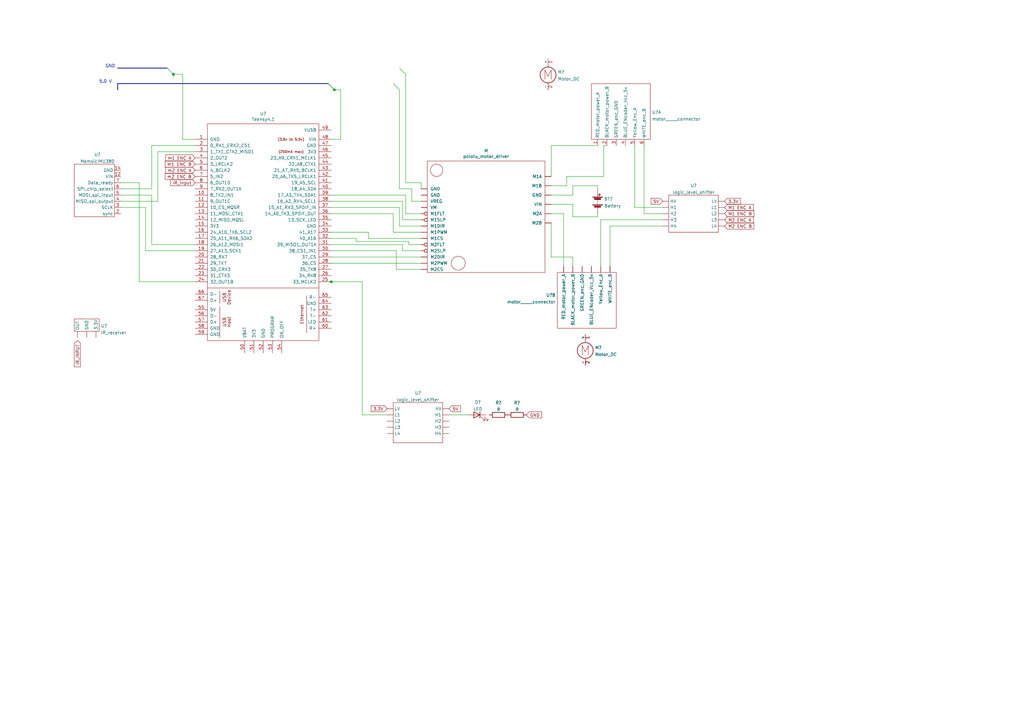
<source format=kicad_sch>
(kicad_sch (version 20210621) (generator eeschema)
  (paper "A3")
  (lib_symbols
    (symbol "Device:Battery" (pin_numbers hide) (pin_names (offset 0) hide)
      (property "Reference" "BT" (at 2.54 2.54 0))
      (property "Value" "Battery" (at 2.54 0 0))
      (symbol "Battery_0_1"
        (rectangle (start -2.032 -1.397) (end 2.032 -1.651) (fill (type outline)))
        (rectangle (start -2.032 1.778) (end 2.032 1.524) (fill (type outline)))
        (rectangle (start -1.3208 -1.9812) (end 1.27 -2.4892) (fill (type outline)))
        (rectangle (start -1.3208 1.1938) (end 1.27 0.6858) (fill (type outline)))
        (polyline (pts (xy 0 -1.524) (xy 0 -1.27)))
        (polyline (pts (xy 0 -1.016) (xy 0 -0.762)))
        (polyline (pts (xy 0 -0.508) (xy 0 -0.254)))
        (polyline (pts (xy 0 0) (xy 0 0.254)))
        (polyline (pts (xy 0 0.508) (xy 0 0.762)))
        (polyline (pts (xy 0 1.778) (xy 0 2.54)))
        (polyline (pts (xy 0.254 2.667) (xy 1.27 2.667)) (stroke (width 0.254)))
        (polyline (pts (xy 0.762 3.175) (xy 0.762 2.159)) (stroke (width 0.254)))
      )
      (symbol "Battery_1_1"
        (pin passive line (at 0 5.08 270) (length 2.54) (name "+") (number "1"))
        (pin passive line (at 0 -5.08 90) (length 2.54) (name "-") (number "2"))
      )
    )
    (symbol "Device:LED" (pin_numbers hide) (pin_names (offset 1.016) hide)
      (property "Reference" "D" (at 0 2.54 0))
      (property "Value" "LED" (at 0 -2.54 0))
      (symbol "LED_0_1"
        (polyline (pts (xy -1.27 -1.27) (xy -1.27 1.27)) (stroke (width 0.254)))
        (polyline (pts (xy -1.27 0) (xy 1.27 0)))
        (polyline (pts (xy 1.27 -1.27) (xy 1.27 1.27) (xy -1.27 0) (xy 1.27 -1.27)) (stroke (width 0.254)))
        (polyline (pts (xy -3.048 -0.762) (xy -4.572 -2.286) (xy -3.81 -2.286) (xy -4.572 -2.286) (xy -4.572 -1.524)))
        (polyline (pts (xy -1.778 -0.762) (xy -3.302 -2.286) (xy -2.54 -2.286) (xy -3.302 -2.286) (xy -3.302 -1.524)))
      )
      (symbol "LED_1_1"
        (pin passive line (at -3.81 0 0) (length 2.54) (name "K") (number "1"))
        (pin passive line (at 3.81 0 180) (length 2.54) (name "A") (number "2"))
      )
    )
    (symbol "Device:R" (pin_numbers hide) (pin_names (offset 0))
      (property "Reference" "R" (at 2.032 0 90))
      (property "Value" "R" (at 0 0 90))
      (symbol "R_0_1"
        (rectangle (start -1.016 -2.54) (end 1.016 2.54) (stroke (width 0.254)))
      )
      (symbol "R_1_1"
        (pin passive line (at 0 3.81 270) (length 1.27) (name "~") (number "1"))
        (pin passive line (at 0 -3.81 90) (length 1.27) (name "~") (number "2"))
      )
    )
    (symbol "Motor:Motor_DC" (pin_names (offset 0))
      (property "Reference" "M" (at 2.54 2.54 0))
      (property "Value" "Motor_DC" (at 2.54 -5.08 0))
      (symbol "Motor_DC_0_0"
        (polyline (pts (xy -1.27 -3.302) (xy -1.27 0.508) (xy 0 -2.032) (xy 1.27 0.508) (xy 1.27 -3.302)))
      )
      (symbol "Motor_DC_0_1"
        (circle (center 0 -1.524) (radius 3.2512) (stroke (width 0.254)))
        (polyline (pts (xy 0 -7.62) (xy 0 -7.112)))
        (polyline (pts (xy 0 -4.7752) (xy 0 -5.1816)))
        (polyline (pts (xy 0 1.7272) (xy 0 2.0828)))
        (polyline (pts (xy 0 2.032) (xy 0 2.54)))
      )
      (symbol "Motor_DC_1_1"
        (pin passive line (at 0 5.08 270) (length 2.54) (name "+") (number "1"))
        (pin passive line (at 0 -7.62 90) (length 2.54) (name "-") (number "2"))
      )
    )
    (symbol "logic_level_shifter_1"
      (property "Reference" "U?" (at 0 0.1058 0))
      (property "Value" "logic_level_shifter" (at 0 -2.6693 0))
      (symbol "logic_level_shifter_1_0_1"
        (rectangle (start -10.16 -3.81) (end 10.16 -20.32) (stroke (width 0.1524)))
      )
      (symbol "logic_level_shifter_1_1_1"
        (pin bidirectional line (at 12.7 -8.89 180) (length 2.54) (name "H1") (number ""))
        (pin bidirectional line (at 12.7 -11.43 180) (length 2.54) (name "H2") (number ""))
        (pin bidirectional line (at 12.7 -13.97 180) (length 2.54) (name "H3") (number ""))
        (pin bidirectional line (at 12.7 -16.51 180) (length 2.54) (name "H4") (number ""))
        (pin input line (at 12.7 -6.35 180) (length 2.54) (name "HV") (number ""))
        (pin bidirectional line (at -12.7 -8.89 0) (length 2.54) (name "L1") (number ""))
        (pin bidirectional line (at -12.7 -11.43 0) (length 2.54) (name "L2") (number ""))
        (pin bidirectional line (at -12.7 -13.97 0) (length 2.54) (name "L3") (number ""))
        (pin bidirectional line (at -12.7 -16.51 0) (length 2.54) (name "L4") (number ""))
        (pin input line (at -12.7 -6.35 0) (length 2.54) (name "LV") (number ""))
      )
    )
    (symbol "motor_____connector_1" (pin_numbers hide)
      (property "Reference" "U" (at 0 0 0))
      (property "Value" "motor_____connector_1" (at 0 0 0))
      (symbol "motor_____connector_1_0_1"
        (rectangle (start -10.16 -2.54) (end 13.97 -25.4) (stroke (width 0.1524)))
      )
      (symbol "motor_____connector_1_1_1"
        (pin input line (at -7.62 -27.94 90) (length 2.54) (name "RED_motor_power_A") (number "1"))
        (pin input line (at -3.81 -27.94 90) (length 2.54) (name "BLACK_motor_power_B") (number "2"))
        (pin input line (at 0 -27.94 90) (length 2.54) (name "GREEN_enc_GND") (number "3"))
        (pin input line (at 3.81 -27.94 90) (length 2.54) (name "BLUE_ENcoder_Vcc_5v") (number "4"))
        (pin output line (at 7.62 -27.94 90) (length 2.54) (name "Yellow_Enc_A") (number "5"))
        (pin output line (at 11.43 -27.94 90) (length 2.54) (name "WHITE_enc_B") (number "6"))
      )
      (symbol "motor_____connector_1_2_1"
        (pin input line (at -3.81 -27.94 90) (length 2.54) (name "BLACK_motor_power_B") (number "-UB"))
        (pin output line (at 7.62 -27.94 90) (length 2.54) (name "Yellow_Enc_A") (number "-UB"))
        (pin input line (at -7.62 -27.94 90) (length 2.54) (name "RED_motor_power_A") (number "1-UB"))
        (pin input line (at 0 -27.94 90) (length 2.54) (name "GREEN_enc_GND") (number "3-UB"))
        (pin input line (at 3.81 -27.94 90) (length 2.54) (name "BLUE_ENcoder_Vcc_5v") (number "4-UB"))
        (pin output line (at 11.43 -27.94 90) (length 2.54) (name "WHITE_enc_B") (number "6-UB"))
      )
    )
    (symbol "teensy:Teensy4.1" (pin_names (offset 1.016))
      (property "Reference" "U" (at 0 64.77 0))
      (property "Value" "Teensy4.1" (at 0 62.23 0))
      (symbol "Teensy4.1_0_0"
        (text "(250mA max)" (at 11.43 49.53 0) (effects (font (size 1.016 1.016))))
        (text "(3.6v to 5.5v)" (at 11.43 54.61 0) (effects (font (size 1.016 1.016))))
        (text "Device" (at -13.97 -10.16 900) (effects (font (size 1.27 1.27))))
        (text "Ethernet" (at 15.875 -17.145 900) (effects (font (size 1.27 1.27))))
        (text "Host" (at -13.97 -20.32 900) (effects (font (size 1.27 1.27))))
        (text "USB" (at -15.875 -20.32 900) (effects (font (size 1.27 1.27))))
        (text "USB" (at -15.875 -10.16 900) (effects (font (size 1.27 1.27))))
        (polyline (pts (xy -22.86 -6.35) (xy 22.86 -6.35)))
        (polyline (pts (xy -17.78 -26.67) (xy -17.78 -13.97)))
        (polyline (pts (xy -17.78 -7.62) (xy -17.78 -12.7)))
        (polyline (pts (xy 17.78 -9.525) (xy 17.78 -24.765)))
        (pin bidirectional line (at -27.94 31.75 0) (length 5.08) (name "8_TX2_IN1") (number "10"))
        (pin bidirectional line (at -27.94 29.21 0) (length 5.08) (name "9_OUT1C") (number "11"))
        (pin bidirectional line (at -27.94 26.67 0) (length 5.08) (name "10_CS_MQSR") (number "12"))
        (pin bidirectional line (at -27.94 24.13 0) (length 5.08) (name "11_MOSI_CTX1") (number "13"))
        (pin bidirectional line (at -27.94 21.59 0) (length 5.08) (name "12_MISO_MQSL") (number "14"))
        (pin power_in line (at -27.94 19.05 0) (length 5.08) (name "3V3") (number "15"))
        (pin bidirectional line (at -27.94 16.51 0) (length 5.08) (name "24_A10_TX6_SCL2") (number "16"))
        (pin bidirectional line (at -27.94 13.97 0) (length 5.08) (name "25_A11_RX6_SDA2") (number "17"))
        (pin bidirectional line (at -27.94 11.43 0) (length 5.08) (name "26_A12_MOSI1") (number "18"))
        (pin bidirectional line (at -27.94 8.89 0) (length 5.08) (name "27_A13_SCK1") (number "19"))
        (pin bidirectional line (at -27.94 6.35 0) (length 5.08) (name "28_RX7") (number "20"))
        (pin bidirectional line (at -27.94 3.81 0) (length 5.08) (name "29_TX7") (number "21"))
        (pin bidirectional line (at -27.94 1.27 0) (length 5.08) (name "30_CRX3") (number "22"))
        (pin bidirectional line (at -27.94 -1.27 0) (length 5.08) (name "31_CTX3") (number "23"))
        (pin bidirectional line (at -27.94 -3.81 0) (length 5.08) (name "32_OUT1B") (number "24"))
        (pin bidirectional line (at 27.94 -3.81 180) (length 5.08) (name "33_MCLK2") (number "25"))
        (pin bidirectional line (at 27.94 -1.27 180) (length 5.08) (name "34_RX8") (number "26"))
        (pin bidirectional line (at 27.94 1.27 180) (length 5.08) (name "35_TX8") (number "27"))
        (pin bidirectional line (at 27.94 3.81 180) (length 5.08) (name "36_CS") (number "28"))
        (pin bidirectional line (at 27.94 6.35 180) (length 5.08) (name "37_CS") (number "29"))
        (pin bidirectional line (at 27.94 8.89 180) (length 5.08) (name "38_CS1_IN1") (number "30"))
        (pin bidirectional line (at 27.94 11.43 180) (length 5.08) (name "39_MISO1_OUT1A") (number "31"))
        (pin bidirectional line (at 27.94 13.97 180) (length 5.08) (name "40_A16") (number "32"))
        (pin bidirectional line (at 27.94 16.51 180) (length 5.08) (name "41_A17") (number "33"))
        (pin bidirectional line (at 27.94 21.59 180) (length 5.08) (name "13_SCK_LED") (number "35"))
        (pin bidirectional line (at 27.94 24.13 180) (length 5.08) (name "14_A0_TX3_SPDIF_OUT") (number "36"))
        (pin bidirectional line (at 27.94 26.67 180) (length 5.08) (name "15_A1_RX3_SPDIF_IN") (number "37"))
        (pin bidirectional line (at 27.94 29.21 180) (length 5.08) (name "16_A2_RX4_SCL1") (number "38"))
        (pin bidirectional line (at 27.94 31.75 180) (length 5.08) (name "17_A3_TX4_SDA1") (number "39"))
        (pin bidirectional line (at 27.94 34.29 180) (length 5.08) (name "18_A4_SDA") (number "40"))
        (pin bidirectional line (at 27.94 36.83 180) (length 5.08) (name "19_A5_SCL") (number "41"))
        (pin bidirectional line (at 27.94 39.37 180) (length 5.08) (name "20_A6_TX5_LRCLK1") (number "42"))
        (pin bidirectional line (at 27.94 41.91 180) (length 5.08) (name "21_A7_RX5_BCLK1") (number "43"))
        (pin bidirectional line (at 27.94 44.45 180) (length 5.08) (name "22_A8_CTX1") (number "44"))
        (pin bidirectional line (at 27.94 46.99 180) (length 5.08) (name "23_A9_CRX1_MCLK1") (number "45"))
        (pin output line (at 27.94 49.53 180) (length 5.08) (name "3V3") (number "46"))
        (pin output line (at 27.94 52.07 180) (length 5.08) (name "GND") (number "47"))
        (pin power_in line (at 27.94 54.61 180) (length 5.08) (name "VIN") (number "48"))
        (pin power_out line (at 27.94 58.42 180) (length 5.08) (name "VUSB") (number "49"))
        (pin bidirectional line (at -27.94 44.45 0) (length 5.08) (name "3_LRCLK2") (number "5"))
        (pin power_in line (at -7.62 -33.02 90) (length 5.08) (name "VBAT") (number "50"))
        (pin power_in line (at -3.81 -33.02 90) (length 5.08) (name "3V3") (number "51"))
        (pin input line (at 0 -33.02 90) (length 5.08) (name "GND") (number "52"))
        (pin input line (at 3.81 -33.02 90) (length 5.08) (name "PROGRAM") (number "53"))
        (pin input line (at 7.62 -33.02 90) (length 5.08) (name "ON_OFF") (number "54"))
        (pin power_out line (at -27.94 -15.24 0) (length 5.08) (name "5V") (number "55"))
        (pin bidirectional line (at -27.94 -17.78 0) (length 5.08) (name "D-") (number "56"))
        (pin bidirectional line (at -27.94 -20.32 0) (length 5.08) (name "D+") (number "57"))
        (pin power_in line (at -27.94 -22.86 0) (length 5.08) (name "GND") (number "58"))
        (pin power_in line (at -27.94 -25.4 0) (length 5.08) (name "GND") (number "59"))
        (pin bidirectional line (at -27.94 41.91 0) (length 5.08) (name "4_BCLK2") (number "6"))
        (pin bidirectional line (at 27.94 -22.86 180) (length 5.08) (name "R+") (number "60"))
        (pin bidirectional line (at 27.94 -20.32 180) (length 5.08) (name "LED") (number "61"))
        (pin bidirectional line (at 27.94 -17.78 180) (length 5.08) (name "T-") (number "62"))
        (pin bidirectional line (at 27.94 -15.24 180) (length 5.08) (name "T+") (number "63"))
        (pin power_in line (at 27.94 -12.7 180) (length 5.08) (name "GND") (number "64"))
        (pin bidirectional line (at 27.94 -10.16 180) (length 5.08) (name "R-") (number "65"))
        (pin bidirectional line (at -27.94 -8.89 0) (length 5.08) (name "D-") (number "66"))
        (pin bidirectional line (at -27.94 -11.43 0) (length 5.08) (name "D+") (number "67"))
        (pin bidirectional line (at -27.94 39.37 0) (length 5.08) (name "5_IN2") (number "7"))
        (pin bidirectional line (at -27.94 36.83 0) (length 5.08) (name "6_OUT1D") (number "8"))
        (pin bidirectional line (at -27.94 34.29 0) (length 5.08) (name "7_RX2_OUT1A") (number "9"))
      )
      (symbol "Teensy4.1_0_1"
        (rectangle (start -22.86 60.96) (end 22.86 -27.94))
        (rectangle (start -20.32 -1.27) (end -20.32 -1.27))
      )
      (symbol "Teensy4.1_1_1"
        (pin power_in line (at -27.94 54.61 0) (length 5.08) (name "GND") (number "1"))
        (pin bidirectional line (at -27.94 52.07 0) (length 5.08) (name "0_RX1_CRX2_CS1") (number "2"))
        (pin bidirectional line (at -27.94 49.53 0) (length 5.08) (name "1_TX1_CTX2_MISO1") (number "3"))
        (pin power_in line (at 27.94 19.05 180) (length 5.08) (name "GND") (number "34"))
        (pin bidirectional line (at -27.94 46.99 0) (length 5.08) (name "2_OUT2") (number "4"))
      )
    )
    (symbol "teetest:IR_receiver"
      (property "Reference" "U" (at 0 -1.27 0))
      (property "Value" "IR_receiver" (at 0 -1.27 0))
      (symbol "IR_receiver_0_1"
        (rectangle (start -5.08 -2.54) (end 5.08 -7.62) (stroke (width 0.1524)))
      )
      (symbol "IR_receiver_1_1"
        (pin input line (at 3.81 -10.16 90) (length 2.54) (name "3.3V") (number ""))
        (pin input line (at 0 -10.16 90) (length 2.54) (name "GND") (number ""))
        (pin input line (at -3.81 -10.16 90) (length 2.54) (name "OUT") (number ""))
      )
    )
    (symbol "teetest:MemsicIMU380"
      (property "Reference" "U" (at 0 1.27 0))
      (property "Value" "MemsicIMU380" (at 0 1.27 0))
      (symbol "MemsicIMU380_0_1"
        (rectangle (start -7.62 0) (end 13.97 -16.51) (stroke (width 0.1524)))
      )
      (symbol "MemsicIMU380_1_1"
        (pin input line (at 8.89 -19.05 90) (length 2.54) (name "VIN") (number "12"))
        (pin input line (at 11.43 -19.05 90) (length 2.54) (name "GND") (number "14"))
        (pin input line (at -6.35 -19.05 90) (length 2.54) (name "sync") (number "2"))
        (pin input line (at -3.81 -19.05 90) (length 2.54) (name "SCLK") (number "3"))
        (pin output line (at -1.27 -19.05 90) (length 2.54) (name "MISO_spi_output") (number "4"))
        (pin input line (at 1.27 -19.05 90) (length 2.54) (name "MOSI_spi_input") (number "5"))
        (pin input line (at 3.81 -19.05 90) (length 2.54) (name "SPI_chip_select") (number "6"))
        (pin output line (at 6.35 -19.05 90) (length 2.54) (name "Data_ready") (number "7"))
      )
    )
    (symbol "teetest:logic_level_shifter"
      (property "Reference" "U" (at 0 0 0))
      (property "Value" "logic_level_shifter" (at 0 0 0))
      (symbol "logic_level_shifter_0_1"
        (rectangle (start -10.16 -3.81) (end 10.16 -19.05) (stroke (width 0.1524)))
      )
      (symbol "logic_level_shifter_1_1"
        (pin bidirectional line (at 12.7 -8.89 180) (length 2.54) (name "H1") (number ""))
        (pin bidirectional line (at 12.7 -11.43 180) (length 2.54) (name "H2") (number ""))
        (pin bidirectional line (at 12.7 -13.97 180) (length 2.54) (name "H3") (number ""))
        (pin bidirectional line (at 12.7 -16.51 180) (length 2.54) (name "H4") (number ""))
        (pin input line (at 12.7 -6.35 180) (length 2.54) (name "HV") (number ""))
        (pin bidirectional line (at -12.7 -8.89 0) (length 2.54) (name "L1") (number ""))
        (pin bidirectional line (at -12.7 -11.43 0) (length 2.54) (name "L2") (number ""))
        (pin bidirectional line (at -12.7 -13.97 0) (length 2.54) (name "L3") (number ""))
        (pin bidirectional line (at -12.7 -16.51 0) (length 2.54) (name "L4") (number ""))
        (pin input line (at -12.7 -6.35 0) (length 2.54) (name "LV") (number ""))
      )
    )
    (symbol "teetest:motor_____connector"
      (property "Reference" "U" (at 0 0 0))
      (property "Value" "motor_____connector" (at 0 0 0))
      (symbol "motor_____connector_0_1"
        (rectangle (start -10.16 -2.54) (end 13.97 -25.4) (stroke (width 0.1524)))
      )
      (symbol "motor_____connector_1_1"
        (pin input line (at -7.62 -27.94 90) (length 2.54) (name "RED_motor_power_A") (number "1"))
        (pin input line (at -3.81 -27.94 90) (length 2.54) (name "BLACK_motor_power_B") (number "2"))
        (pin input line (at 0 -27.94 90) (length 2.54) (name "GREEN_enc_GND") (number "3"))
        (pin input line (at 3.81 -27.94 90) (length 2.54) (name "BLUE_ENcoder_Vcc_5v") (number "4"))
        (pin output line (at 7.62 -27.94 90) (length 2.54) (name "Yellow_Enc_A") (number "5"))
        (pin output line (at 11.43 -27.94 90) (length 2.54) (name "WHITE_enc_B") (number "6"))
      )
      (symbol "motor_____connector_2_1"
        (pin input line (at -3.81 -27.94 90) (length 2.54) (name "BLACK_motor_power_B") (number "-UB"))
        (pin output line (at 7.62 -27.94 90) (length 2.54) (name "Yellow_Enc_A") (number "-UB"))
        (pin input line (at -7.62 -27.94 90) (length 2.54) (name "RED_motor_power_A") (number "1-UB"))
        (pin input line (at 0 -27.94 90) (length 2.54) (name "GREEN_enc_GND") (number "3-UB"))
        (pin input line (at 3.81 -27.94 90) (length 2.54) (name "BLUE_ENcoder_Vcc_5v") (number "4-UB"))
        (pin output line (at 11.43 -27.94 90) (length 2.54) (name "WHITE_enc_B") (number "6-UB"))
      )
    )
    (symbol "teetest_kikad:pololu_motor_driver" (pin_numbers hide) (pin_names (offset 1.2192))
      (property "Reference" "M" (at -3.81 39.37 0))
      (property "Value" "pololu_motor_driver" (at -3.81 39.37 0))
      (symbol "pololu_motor_driver_0_1"
        (circle (center -15.24 34.29) (radius 2.54))
        (circle (center -6.35 -3.81) (radius 2.8448))
        (rectangle (start -19.05 38.1) (end 29.21 -7.62))
      )
      (symbol "pololu_motor_driver_1_1"
        (pin output line (at -21.59 24.13 0) (length 2.54) (name "GND") (number "~"))
        (pin output line (at -21.59 26.67 0) (length 2.54) (name "GND") (number "~"))
        (pin output line (at 31.75 24.13 180) (length 2.54) (name "GND") (number "~"))
        (pin output line (at 31.75 31.75 180) (length 2.54) (name "M1A") (number "~"))
        (pin output line (at 31.75 27.94 180) (length 2.54) (name "M1B") (number "~"))
        (pin output line (at -21.59 6.35 0) (length 2.54) (name "M1CS") (number "~"))
        (pin output line (at -21.59 11.43 0) (length 2.54) (name "M1DIR") (number "~"))
        (pin output inverted (at -21.59 16.51 0) (length 2.54) (name "M1FLT") (number "~"))
        (pin output line (at -21.59 8.89 0) (length 2.54) (name "M1PWM") (number "~"))
        (pin output inverted (at -21.59 13.97 0) (length 2.54) (name "M1SLP") (number "~"))
        (pin output line (at 31.75 16.51 180) (length 2.54) (name "M2A") (number "~"))
        (pin output line (at 31.75 12.7 180) (length 2.54) (name "M2B") (number "~"))
        (pin output line (at -21.59 -6.35 0) (length 2.54) (name "M2CS") (number "~"))
        (pin output line (at -21.59 -1.27 0) (length 2.54) (name "M2DIR") (number "~"))
        (pin output inverted (at -21.59 3.81 0) (length 2.54) (name "M2FLT") (number "~"))
        (pin output line (at -21.59 -3.81 0) (length 2.54) (name "M2PWM") (number "~"))
        (pin output inverted (at -21.59 1.27 0) (length 2.54) (name "M2SLP") (number "~"))
        (pin output line (at 31.75 20.32 180) (length 2.54) (name "VIN") (number "~"))
        (pin output line (at -21.59 19.05 0) (length 2.54) (name "VM") (number "~"))
        (pin output line (at -21.59 21.59 0) (length 2.54) (name "VREG") (number "~"))
      )
    )
  )
  (junction (at 71.12 30.48))
  (junction (at 135.89 115.57))
  (junction (at 137.16 36.83))
  (bus_entry (at 68.58 27.94) (size 2.54 2.54))
  (bus_entry (at 134.62 34.29) (size 2.54 2.54))
  (bus_entry (at 134.62 34.29) (size 2.54 2.54))
  (bus_entry (at 161.29 34.29) (size 2.54 2.54))
  (bus_entry (at 163.83 27.94) (size 2.54 2.54))
  (wire (pts (xy 49.53 74.93) (xy 57.15 74.93)))
  (wire (pts (xy 49.53 77.47) (xy 62.23 77.47)))
  (wire (pts (xy 49.53 80.01) (xy 62.23 80.01)))
  (wire (pts (xy 49.53 82.55) (xy 64.77 82.55)))
  (wire (pts (xy 49.53 85.09) (xy 59.69 85.09)))
  (wire (pts (xy 57.15 74.93) (xy 57.15 115.57)))
  (wire (pts (xy 57.15 115.57) (xy 80.01 115.57)))
  (wire (pts (xy 59.69 85.09) (xy 59.69 102.87)))
  (wire (pts (xy 59.69 102.87) (xy 80.01 102.87)))
  (wire (pts (xy 62.23 59.69) (xy 80.01 59.69)))
  (wire (pts (xy 62.23 77.47) (xy 62.23 59.69)))
  (wire (pts (xy 62.23 80.01) (xy 62.23 100.33)))
  (wire (pts (xy 62.23 100.33) (xy 80.01 100.33)))
  (wire (pts (xy 64.77 62.23) (xy 80.01 62.23)))
  (wire (pts (xy 64.77 82.55) (xy 64.77 62.23)))
  (wire (pts (xy 71.12 30.48) (xy 74.93 30.48)))
  (wire (pts (xy 71.12 31.75) (xy 71.12 30.48)))
  (wire (pts (xy 74.93 30.48) (xy 74.93 57.15)))
  (wire (pts (xy 74.93 57.15) (xy 80.01 57.15)))
  (wire (pts (xy 134.62 115.57) (xy 135.89 115.57)))
  (wire (pts (xy 135.89 57.15) (xy 139.7 57.15)))
  (wire (pts (xy 135.89 80.01) (xy 166.37 80.01)))
  (wire (pts (xy 135.89 82.55) (xy 165.1 82.55)))
  (wire (pts (xy 135.89 85.09) (xy 163.83 85.09)))
  (wire (pts (xy 135.89 87.63) (xy 161.29 87.63)))
  (wire (pts (xy 135.89 95.25) (xy 151.13 95.25)))
  (wire (pts (xy 135.89 97.79) (xy 146.05 97.79)))
  (wire (pts (xy 135.89 100.33) (xy 165.1 100.33)))
  (wire (pts (xy 135.89 102.87) (xy 162.56 102.87)))
  (wire (pts (xy 135.89 105.41) (xy 172.72 105.41)))
  (wire (pts (xy 135.89 107.95) (xy 172.72 107.95)))
  (wire (pts (xy 135.89 115.57) (xy 148.59 115.57)))
  (wire (pts (xy 139.7 36.83) (xy 137.16 36.83)))
  (wire (pts (xy 139.7 57.15) (xy 139.7 36.83)))
  (wire (pts (xy 146.05 99.06) (xy 146.05 97.79)))
  (wire (pts (xy 148.59 170.18) (xy 148.59 115.57)))
  (wire (pts (xy 151.13 97.79) (xy 151.13 95.25)))
  (wire (pts (xy 158.75 170.18) (xy 148.59 170.18)))
  (wire (pts (xy 161.29 95.25) (xy 161.29 87.63)))
  (wire (pts (xy 162.56 110.49) (xy 162.56 102.87)))
  (wire (pts (xy 163.83 36.83) (xy 163.83 77.47)))
  (wire (pts (xy 163.83 77.47) (xy 168.91 77.47)))
  (wire (pts (xy 163.83 92.71) (xy 163.83 85.09)))
  (wire (pts (xy 165.1 90.17) (xy 165.1 82.55)))
  (wire (pts (xy 165.1 102.87) (xy 165.1 100.33)))
  (wire (pts (xy 166.37 30.48) (xy 166.37 74.93)))
  (wire (pts (xy 166.37 74.93) (xy 172.72 74.93)))
  (wire (pts (xy 166.37 87.63) (xy 166.37 80.01)))
  (wire (pts (xy 167.64 99.06) (xy 146.05 99.06)))
  (wire (pts (xy 167.64 100.33) (xy 167.64 99.06)))
  (wire (pts (xy 168.91 77.47) (xy 168.91 82.55)))
  (wire (pts (xy 168.91 82.55) (xy 172.72 82.55)))
  (wire (pts (xy 172.72 74.93) (xy 172.72 77.47)))
  (wire (pts (xy 172.72 87.63) (xy 166.37 87.63)))
  (wire (pts (xy 172.72 90.17) (xy 165.1 90.17)))
  (wire (pts (xy 172.72 92.71) (xy 163.83 92.71)))
  (wire (pts (xy 172.72 95.25) (xy 161.29 95.25)))
  (wire (pts (xy 172.72 97.79) (xy 151.13 97.79)))
  (wire (pts (xy 172.72 100.33) (xy 167.64 100.33)))
  (wire (pts (xy 172.72 102.87) (xy 165.1 102.87)))
  (wire (pts (xy 172.72 110.49) (xy 162.56 110.49)))
  (wire (pts (xy 184.15 170.18) (xy 191.77 170.18)))
  (wire (pts (xy 226.06 59.69) (xy 245.11 59.69)))
  (wire (pts (xy 226.06 72.39) (xy 226.06 59.69)))
  (wire (pts (xy 226.06 76.2) (xy 232.41 76.2)))
  (wire (pts (xy 226.06 80.01) (xy 234.95 80.01)))
  (wire (pts (xy 226.06 83.82) (xy 234.95 83.82)))
  (wire (pts (xy 226.06 87.63) (xy 231.14 87.63)))
  (wire (pts (xy 226.06 91.44) (xy 226.06 105.41)))
  (wire (pts (xy 226.06 105.41) (xy 234.95 105.41)))
  (wire (pts (xy 231.14 87.63) (xy 231.14 109.22)))
  (wire (pts (xy 232.41 72.39) (xy 247.65 72.39)))
  (wire (pts (xy 232.41 76.2) (xy 232.41 72.39)))
  (wire (pts (xy 234.95 76.2) (xy 245.11 76.2)))
  (wire (pts (xy 234.95 80.01) (xy 234.95 76.2)))
  (wire (pts (xy 234.95 83.82) (xy 234.95 88.9)))
  (wire (pts (xy 234.95 88.9) (xy 245.11 88.9)))
  (wire (pts (xy 234.95 105.41) (xy 234.95 109.22)))
  (wire (pts (xy 245.11 76.2) (xy 245.11 77.47)))
  (wire (pts (xy 245.11 87.63) (xy 245.11 88.9)))
  (wire (pts (xy 246.38 90.17) (xy 271.78 90.17)))
  (wire (pts (xy 246.38 109.22) (xy 246.38 90.17)))
  (wire (pts (xy 247.65 59.69) (xy 247.65 72.39)))
  (wire (pts (xy 248.92 59.69) (xy 247.65 59.69)))
  (wire (pts (xy 250.19 92.71) (xy 271.78 92.71)))
  (wire (pts (xy 250.19 109.22) (xy 250.19 92.71)))
  (wire (pts (xy 260.35 59.69) (xy 260.35 85.09)))
  (wire (pts (xy 260.35 85.09) (xy 271.78 85.09)))
  (wire (pts (xy 264.16 59.69) (xy 264.16 87.63)))
  (wire (pts (xy 264.16 87.63) (xy 271.78 87.63)))
  (bus (pts (xy 48.26 27.94) (xy 187.96 27.94)))
  (bus (pts (xy 48.26 34.29) (xy 48.26 36.83)))
  (bus (pts (xy 48.26 34.29) (xy 184.15 34.29)))
  (text "5.0 V" (at 40.64 34.29 0) (effects (font (size 1.27 1.27)) (justify left bottom)))
  (text "GND" (at 43.18 27.94 0) (effects (font (size 1.27 1.27)) (justify left bottom)))
  (global_label "IR_INPUT" (shape input) (at 31.75 139.7 270) (property "Intersheet References" "${INTERSHEET_REFS}" (effects hide)))
  (global_label "m1 ENC A" (shape input) (at 80.01 64.77 180) (property "Intersheet References" "${INTERSHEET_REFS}" (effects hide)))
  (global_label "m1 ENC B" (shape input) (at 80.01 67.31 180) (property "Intersheet References" "${INTERSHEET_REFS}" (effects hide)))
  (global_label "m2 ENC A" (shape input) (at 80.01 69.85 180) (property "Intersheet References" "${INTERSHEET_REFS}" (effects hide)))
  (global_label "m2 ENC B" (shape input) (at 80.01 72.39 180) (property "Intersheet References" "${INTERSHEET_REFS}" (effects hide)))
  (global_label "IR_input" (shape input) (at 80.01 74.93 180) (property "Intersheet References" "${INTERSHEET_REFS}" (effects hide)))
  (global_label "3.3V" (shape input) (at 158.75 167.64 180) (property "Intersheet References" "${INTERSHEET_REFS}" (effects hide)))
  (global_label "5V" (shape input) (at 184.15 167.64 0) (property "Intersheet References" "${INTERSHEET_REFS}" (effects hide)))
  (global_label "GND" (shape input) (at 215.9 170.18 0) (property "Intersheet References" "${INTERSHEET_REFS}" (effects hide)))
  (global_label "5V" (shape input) (at 271.78 82.55 180) (property "Intersheet References" "${INTERSHEET_REFS}" (effects hide)))
  (global_label "3.3V" (shape input) (at 297.18 82.55 0) (property "Intersheet References" "${INTERSHEET_REFS}" (effects hide)))
  (global_label "M1 ENC A" (shape input) (at 297.18 85.09 0) (property "Intersheet References" "${INTERSHEET_REFS}" (effects hide)))
  (global_label "M1 ENC B" (shape input) (at 297.18 87.63 0) (property "Intersheet References" "${INTERSHEET_REFS}" (effects hide)))
  (global_label "M2 ENC A" (shape input) (at 297.18 90.17 0) (property "Intersheet References" "${INTERSHEET_REFS}" (effects hide)))
  (global_label "M2 ENC B" (shape input) (at 297.18 92.71 0) (property "Intersheet References" "${INTERSHEET_REFS}" (effects hide)))
  (symbol (lib_id "Device:R") (at 204.47 170.18 270) (unit 1)
    (property "Reference" "R?" (at 204.47 165.1974 90))
    (property "Value" "R" (at 204.47 167.9725 90))
  )
  (symbol (lib_id "Device:R") (at 212.09 170.18 270) (mirror x) (unit 1)
    (property "Reference" "R?" (at 212.09 165.1974 90))
    (property "Value" "R" (at 212.09 167.9725 90))
  )
  (symbol (lib_id "Device:LED") (at 195.58 170.18 0) (mirror y) (unit 1)
    (property "Reference" "D?" (at 195.961 164.9434 0))
    (property "Value" "LED" (at 195.961 167.7185 0))
  )
  (symbol (lib_id "Device:Battery") (at 245.11 82.55 0) (unit 1)
    (property "Reference" "BT?" (at 247.7771 81.6415 0) (effects (justify left)))
    (property "Value" "Battery" (at 247.7771 84.4166 0) (effects (justify left)))
  )
  (symbol (lib_id "teetest:IR_receiver") (at 35.56 128.27 0) (unit 1)
    (property "Reference" "U?" (at 41.3513 133.6734 0) (effects (justify left)))
    (property "Value" "IR_receiver" (at 41.3513 136.4485 0) (effects (justify left)))
  )
  (symbol (lib_id "Motor:Motor_DC") (at 224.79 29.21 0) (unit 1)
    (property "Reference" "M?" (at 228.8033 29.5715 0) (effects (justify left)))
    (property "Value" "Motor_DC" (at 228.8033 32.3466 0) (effects (justify left)))
  )
  (symbol (lib_id "Motor:Motor_DC") (at 240.03 142.24 0) (unit 1)
    (property "Reference" "M?" (at 244.0433 142.6015 0) (effects (justify left)))
    (property "Value" "Motor_DC" (at 244.0433 145.3766 0) (effects (justify left)))
  )
  (symbol (lib_id "teetest:logic_level_shifter") (at 284.48 76.2 0) (mirror y) (unit 1)
    (property "Reference" "U?" (at 284.48 76.0942 0))
    (property "Value" "logic_level_shifter" (at 284.48 78.8693 0))
  )
  (symbol (lib_id "teetest:MemsicIMU380") (at 30.48 81.28 90) (unit 1)
    (property "Reference" "U?" (at 39.9669 63.3942 90))
    (property "Value" "MemsicIMU380" (at 39.9669 66.1693 90))
  )
  (symbol (lib_name "logic_level_shifter_1") (lib_id "teetest:logic_level_shifter") (at 171.45 161.29 0) (unit 1)
    (property "Reference" "U?" (at 171.45 161.1842 0))
    (property "Value" "logic_level_shifter" (at 171.45 163.9593 0))
  )
  (symbol (lib_name "motor_____connector_1") (lib_id "teetest:motor_____connector") (at 238.76 137.16 0) (mirror x) (unit 2)
    (property "Reference" "U?" (at 227.8887 121.0496 0) (effects (justify right)))
    (property "Value" "motor_____connector" (at 227.8887 123.8247 0) (effects (justify right)))
  )
  (symbol (lib_id "teetest:motor_____connector") (at 252.73 31.75 0) (unit 1)
    (property "Reference" "U?" (at 267.4113 46.0434 0) (effects (justify left)))
    (property "Value" "motor_____connector" (at 267.4113 48.8185 0) (effects (justify left)))
  )
  (symbol (lib_id "teetest_kikad:pololu_motor_driver") (at 194.31 104.14 0) (unit 1)
    (property "Reference" "M" (at 199.39 61.849 0))
    (property "Value" "pololu_motor_driver" (at 199.39 64.1604 0))
    (property "Datasheet" "/home/igor/space/teetest/doc/motor_driver/Pololu_18v18.pdf" (effects hide))
  )
  (symbol (lib_id "teensy:Teensy4.1") (at 107.95 111.76 0) (unit 1)
    (property "Reference" "U?" (at 107.95 46.609 0))
    (property "Value" "Teensy4.1" (at 107.95 48.9204 0))
  )
)
</source>
